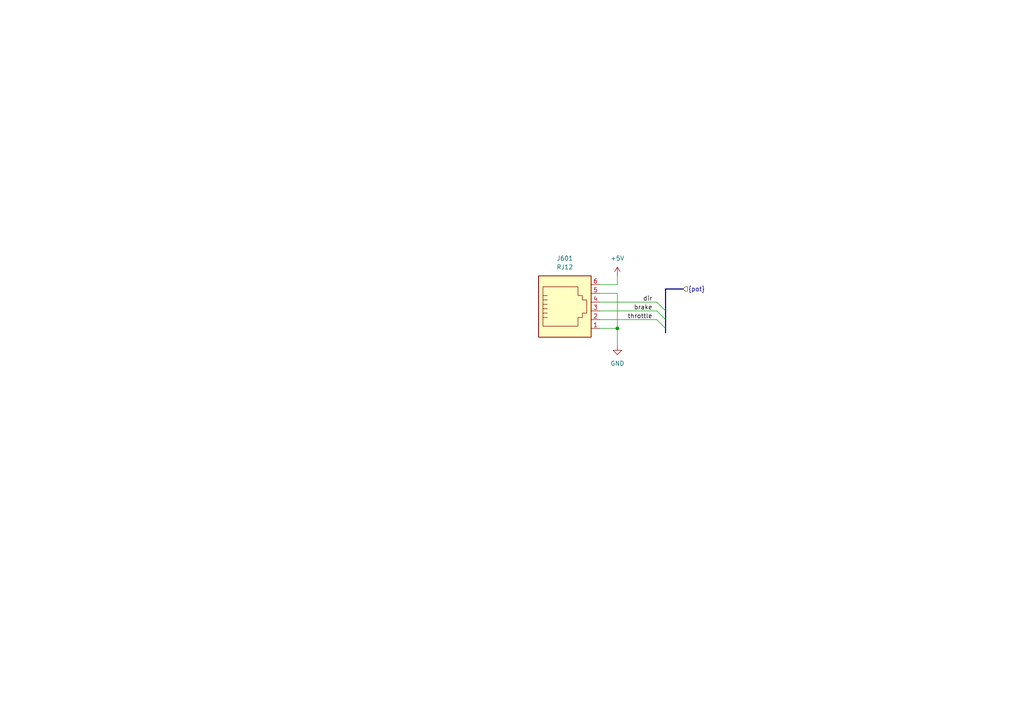
<source format=kicad_sch>
(kicad_sch (version 20230121) (generator eeschema)
  (paper "A4")
  (lib_symbols
    (symbol "custom_kicad_lib_sk:RJ12" (pin_names (offset 1.016))
      (property "Reference" "J" (at -5.08 11.43 0))
      (property "Value" "RJ12" (at 2.54 11.43 0))
      (symbol "RJ12_0_1"
        (polyline (pts (xy -6.35 -1.905) (xy -5.08 -1.905) (xy -5.08 -1.905)))
        (polyline (pts (xy -6.35 -0.635) (xy -5.08 -0.635) (xy -5.08 -0.635)))
        (polyline (pts (xy -6.35 0.635) (xy -5.08 0.635) (xy -5.08 0.635)))
        (polyline (pts (xy -6.35 1.905) (xy -5.08 1.905) (xy -5.08 1.905)))
        (polyline (pts (xy -6.35 3.175) (xy -5.08 3.175) (xy -5.08 3.175)))
        (polyline (pts (xy -5.08 4.445) (xy -6.35 4.445) (xy -6.35 4.445)))
        (polyline (pts (xy -6.35 -4.445) (xy -6.35 6.985) (xy 3.81 6.985) (xy 3.81 4.445) (xy 5.08 4.445) (xy 5.08 3.175) (xy 6.35 3.175) (xy 6.35 -0.635) (xy 5.08 -0.635) (xy 5.08 -1.905) (xy 3.81 -1.905) (xy 3.81 -4.445) (xy -6.35 -4.445) (xy -6.35 -4.445)))
        (rectangle (start 7.62 10.16) (end -7.62 -7.62) (stroke (width 0.254)) (fill (type background)))
      )
      (symbol "RJ12_1_1"
        (pin passive line (at 10.16 -5.08 180) (length 2.54) (name "~") (number "1"))
        (pin passive line (at 10.16 -2.54 180) (length 2.54) (name "~") (number "2"))
        (pin passive line (at 10.16 0 180) (length 2.54) (name "~") (number "3"))
        (pin passive line (at 10.16 2.54 180) (length 2.54) (name "~") (number "4"))
        (pin passive line (at 10.16 5.08 180) (length 2.54) (name "~") (number "5"))
        (pin passive line (at 10.16 7.62 180) (length 2.54) (name "~") (number "6"))
      )
    )
    (symbol "power:+5V" (power) (pin_names (offset 0))
      (property "Value" "+5V" (at 0 3.556 0))
      (symbol "+5V_0_1"
        (polyline (pts (xy -0.762 1.27) (xy 0 2.54)))
        (polyline (pts (xy 0 0) (xy 0 2.54)))
        (polyline (pts (xy 0 2.54) (xy 0.762 1.27)))
      )
      (symbol "+5V_1_1"
        (pin power_in line (at 0 0 90) (length 0) hide (name "+5V") (number "1"))
      )
    )
    (symbol "power:GND" (power) (pin_names (offset 0))
      (property "Value" "GND" (at 0 -3.81 0))
      (symbol "GND_0_1"
        (polyline (pts (xy 0 0) (xy 0 -1.27) (xy 1.27 -1.27) (xy 0 -2.54) (xy -1.27 -1.27) (xy 0 -1.27)))
      )
      (symbol "GND_1_1"
        (pin power_in line (at 0 0 270) (length 0) hide (name "GND") (number "1"))
      )
    )
  )
  (junction (at 179.07 95.25))
  (bus_entry (at 190.5 90.17) (size 2.54 2.54))
  (bus_entry (at 190.5 92.71) (size 2.54 2.54))
  (bus_entry (at 190.5 87.63) (size 2.54 2.54))
  (wire (pts (xy 179.07 80.01) (xy 179.07 82.55)))
  (wire (pts (xy 173.99 90.17) (xy 190.5 90.17)))
  (bus (pts (xy 193.04 83.82) (xy 193.04 90.17)))
  (wire (pts (xy 173.99 87.63) (xy 190.5 87.63)))
  (wire (pts (xy 179.07 100.33) (xy 179.07 95.25)))
  (bus (pts (xy 193.04 95.25) (xy 193.04 96.52)))
  (wire (pts (xy 179.07 82.55) (xy 173.99 82.55)))
  (wire (pts (xy 173.99 92.71) (xy 190.5 92.71)))
  (wire (pts (xy 179.07 95.25) (xy 173.99 95.25)))
  (bus (pts (xy 193.04 92.71) (xy 193.04 95.25)))
  (bus (pts (xy 193.04 90.17) (xy 193.04 92.71)))
  (wire (pts (xy 179.07 85.09) (xy 179.07 95.25)))
  (wire (pts (xy 173.99 85.09) (xy 179.07 85.09)))
  (bus (pts (xy 198.12 83.82) (xy 193.04 83.82)))
  (label "dir" (at 189.23 87.63 180))
  (label "brake" (at 189.23 90.17 180))
  (label "throttle" (at 189.23 92.71 180))
  (hierarchical_label "{pot}" (shape input) (at 198.12 83.82 0))
  (symbol (lib_id "custom_kicad_lib_sk:RJ12") (at 163.83 90.17 0) (unit 1)
    (property "Reference" "J601" (at 163.83 74.93 0))
    (property "Value" "RJ12" (at 163.83 77.47 0))
    (property "Footprint" "custom_kicad_lib_sk:RJ12" (effects hide))
    (instances (project "Lnet-B" (path "" (reference "J601") (unit 1))) (project "relayTrackerController" (path "" (reference "J601") (unit 1)) (path "" (reference "J1201") (unit 1))))
  )
  (symbol (lib_id "power:GND") (at 179.07 100.33 0) (unit 1)
    (property "Reference" "#PWR01002" (effects hide))
    (property "Value" "GND" (at 179.07 105.41 0))
  )
  (symbol (lib_id "power:+5V") (at 179.07 80.01 0) (unit 1)
    (property "Reference" "#PWR01001" (effects hide))
    (property "Value" "+5V" (at 179.07 74.93 0))
  )
)
</source>
